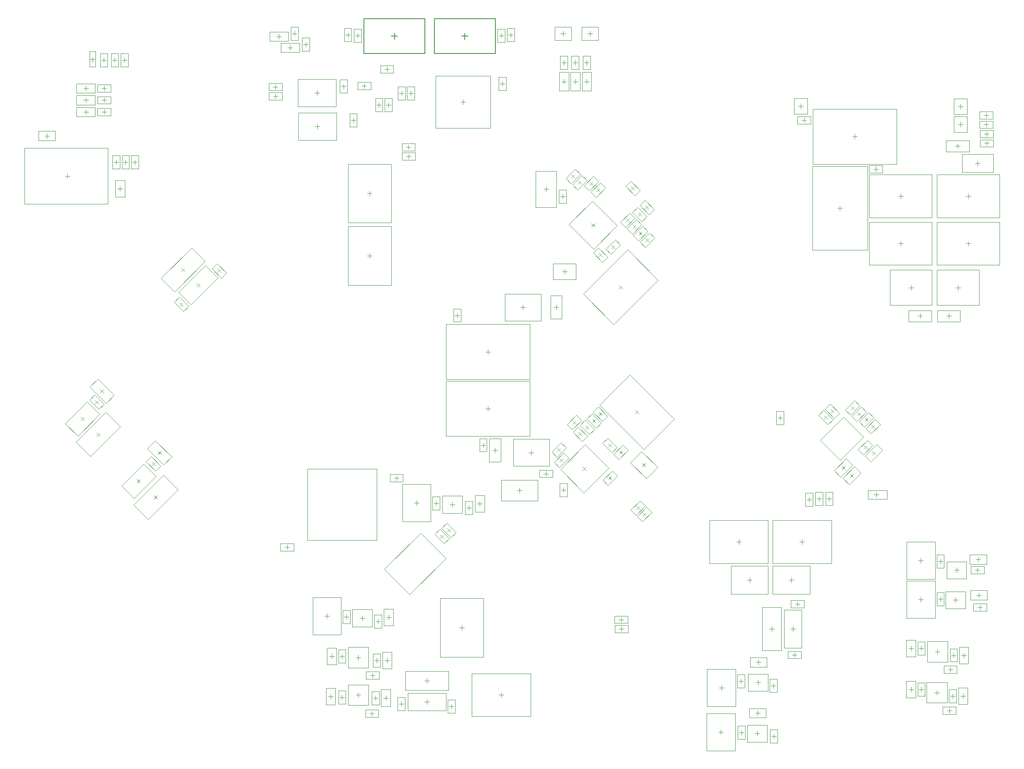
<source format=gbr>
G04*
G04 #@! TF.GenerationSoftware,Altium Limited,Altium Designer,22.4.2 (48)*
G04*
G04 Layer_Color=32768*
%FSLAX25Y25*%
%MOIN*%
G70*
G04*
G04 #@! TF.SameCoordinates,8BC4B6E0-49D3-4E0C-8282-93C4B5C227DC*
G04*
G04*
G04 #@! TF.FilePolarity,Positive*
G04*
G01*
G75*
%ADD10C,0.00394*%
%ADD11C,0.00787*%
%ADD16C,0.00197*%
D10*
X276378Y399606D02*
X280315D01*
X278346Y397638D02*
Y401575D01*
X353543Y521260D02*
Y525197D01*
X351575Y523228D02*
X355512D01*
X743110Y66929D02*
X746850D01*
X744980Y65059D02*
Y68799D01*
X732283Y48425D02*
X736221D01*
X734252Y46457D02*
Y50394D01*
X256299Y42815D02*
Y46555D01*
X254429Y44685D02*
X258169D01*
X645768Y204178D02*
X649508D01*
X647638Y202308D02*
X647638Y206048D01*
X608268Y267520D02*
Y271260D01*
X606398Y269390D02*
X610138D01*
X488531Y455170D02*
X491176Y452525D01*
X488531D02*
X491176Y455170D01*
X499859Y439905D02*
X502503Y437260D01*
X499859D02*
X502503Y439905D01*
X497890Y190410D02*
X500535Y193055D01*
X497890Y193055D02*
X500535Y190410D01*
X492765Y195583D02*
X495409Y198228D01*
X492765D02*
X495409Y195583D01*
X440569Y464867D02*
X443214Y462222D01*
X440569Y462222D02*
X443214Y464867D01*
X455212Y459037D02*
X457856Y456393D01*
X455212Y456393D02*
X457856Y459037D01*
X460723Y453919D02*
X463368Y451275D01*
X460723Y451275D02*
X463368Y453919D01*
X445846Y459908D02*
X448491Y457263D01*
X445846Y457263D02*
X448491Y459908D01*
X494674Y418941D02*
X497319Y416297D01*
X494674Y416297D02*
X497319Y418941D01*
X500256Y413499D02*
X502901Y410854D01*
X500256D02*
X502901Y413499D01*
X484438Y429571D02*
X487083Y426927D01*
X484438Y426927D02*
X487083Y429571D01*
X489728Y424282D02*
X492372Y421637D01*
X489728D02*
X492372Y424282D01*
X494112Y431590D02*
X496757Y434234D01*
X494112Y434234D02*
X496757Y431590D01*
X431595Y447342D02*
X435335D01*
X433465Y445472D02*
Y449213D01*
X418110Y453150D02*
X422047D01*
X420079Y451181D02*
Y455118D01*
X456576Y425775D02*
X459360Y422992D01*
X456576D02*
X459360Y425775D01*
X478705Y375777D02*
X481489Y372993D01*
X478705D02*
X481489Y375777D01*
X462616Y398912D02*
X465261Y401557D01*
X462616D02*
X465261Y398912D01*
X309646Y485138D02*
Y488878D01*
X307776Y487008D02*
X311516D01*
X309842Y477658D02*
Y481398D01*
X307972Y479528D02*
X311713D01*
X491760Y275388D02*
X494544Y272604D01*
X491760D02*
X494544Y275388D01*
X478993Y243055D02*
X481637Y240410D01*
X478993D02*
X481637Y243055D01*
X451911Y260382D02*
X454556Y263026D01*
X451911Y263026D02*
X454556Y260382D01*
X441591Y267070D02*
X444236Y264426D01*
X441591Y264426D02*
X444236Y267070D01*
X420177Y222539D02*
Y226279D01*
X418307Y224410D02*
X422047D01*
X457339Y265607D02*
X459984Y268251D01*
X457339Y268251D02*
X459984Y265607D01*
X470331Y222188D02*
X472976Y219544D01*
X470331D02*
X472976Y222188D01*
X446274Y254883D02*
X448918Y257528D01*
X446274Y257528D02*
X448918Y254883D01*
X480512Y105217D02*
Y108957D01*
X478642Y107087D02*
X482382D01*
X480709Y97736D02*
Y101476D01*
X478839Y99606D02*
X482579D01*
X462457Y271119D02*
X465102Y273763D01*
X462457D02*
X465102Y271119D01*
X431196Y236596D02*
X433841Y233952D01*
X431196Y233952D02*
X433841Y236596D01*
X432382Y211319D02*
X436122Y211319D01*
X434252Y209449D02*
Y213189D01*
X398819Y209055D02*
Y212992D01*
X396850Y211024D02*
X400787D01*
X429227Y244864D02*
X431872Y242219D01*
X429227Y242219D02*
X431872Y244864D01*
X497427Y230104D02*
X500211Y232888D01*
X497427D02*
X500211Y230104D01*
X470027Y245832D02*
X472672Y248477D01*
X470027Y248477D02*
X472672Y245832D01*
X676326Y266484D02*
X678971Y269128D01*
X676326Y269128D02*
X678971Y266484D01*
X682073Y242337D02*
X684857Y239553D01*
X682073D02*
X684857Y242337D01*
X631542Y201796D02*
Y205536D01*
X629672Y203666D02*
X633412D01*
X639590Y202308D02*
Y206048D01*
X637720Y204178D02*
X641460D01*
X683465Y207480D02*
X687402D01*
X685433Y205512D02*
Y209449D01*
X453543Y578150D02*
X457480D01*
X455512Y576181D02*
Y580118D01*
X431890Y578150D02*
X435827D01*
X433858Y576181D02*
Y580118D01*
X441730Y554921D02*
X445471D01*
X443601Y553051D02*
Y556791D01*
X432676Y554921D02*
X436416D01*
X434546Y553051D02*
Y556791D01*
X450886Y554921D02*
X454626D01*
X452756Y553051D02*
Y556791D01*
X434646Y537795D02*
Y541732D01*
X432677Y539764D02*
X436614D01*
X443701Y537795D02*
Y541732D01*
X441732Y539764D02*
X445669D01*
X452856Y537795D02*
Y541732D01*
X450888Y539764D02*
X454825D01*
X675360Y244258D02*
X678005Y246902D01*
X675360D02*
X678005Y244258D01*
X681534Y261061D02*
X684178Y263706D01*
X681534Y263706D02*
X684178Y261061D01*
X670331Y271119D02*
X672976Y273763D01*
X670331Y273763D02*
X672976Y271119D01*
X643560Y271007D02*
X646204Y268363D01*
X643560D02*
X646204Y271007D01*
X648767Y276036D02*
X651412Y273391D01*
X648767D02*
X651412Y276036D01*
X665054Y276078D02*
X667699Y278722D01*
X665054Y278722D02*
X667699Y276078D01*
X664356Y224227D02*
X667140Y221443D01*
X664356Y221443D02*
X667140Y224227D01*
X657663Y227742D02*
X660447Y230526D01*
X657663Y230526D02*
X660447Y227742D01*
X274016Y534350D02*
Y538091D01*
X272146Y536221D02*
X275886D01*
X292323Y547736D02*
Y551476D01*
X290453Y549606D02*
X294193D01*
X340714Y177507D02*
X343359Y180152D01*
X340714D02*
X343359Y177507D01*
X335292Y172693D02*
X337936Y175338D01*
X335292Y175338D02*
X337936Y172693D01*
X225295Y569488D02*
X229035D01*
X227165Y567618D02*
Y571358D01*
X214567Y564961D02*
Y568898D01*
X212598Y566929D02*
X216535D01*
X203543Y575984D02*
X207480D01*
X205512Y574016D02*
Y577953D01*
X216240Y578346D02*
X219980D01*
X218110Y576476D02*
Y580217D01*
X202953Y526083D02*
Y529823D01*
X201083Y527953D02*
X204823D01*
X202756Y533563D02*
Y537303D01*
X200886Y535433D02*
X204626D01*
X382382Y576673D02*
X386122Y576673D01*
X384252Y574803D02*
X384252Y578543D01*
X389862Y577185D02*
X393602D01*
X391732Y575315D02*
Y579055D01*
X259154Y577185D02*
X262894D01*
X261024Y575315D02*
Y579055D01*
X267028Y576673D02*
X270768D01*
X268898Y574803D02*
Y578543D01*
X383169Y538091D02*
X386910D01*
X385039Y536221D02*
Y539961D01*
X65158Y532382D02*
Y536122D01*
X63287Y534252D02*
X67027Y534252D01*
X65158Y522933D02*
Y526673D01*
X63287Y524803D02*
X67028Y524803D01*
X65158Y513484D02*
Y517224D01*
X63287Y515354D02*
X67027Y515354D01*
X50394Y522834D02*
Y526771D01*
X48425Y524803D02*
X52362D01*
X48425Y534252D02*
X52362D01*
X50394Y532283D02*
Y536221D01*
X255610Y535827D02*
X259350D01*
X257480Y533957D02*
Y537697D01*
X263484Y508563D02*
X267224D01*
X265354Y506693D02*
Y510433D01*
X234252Y530709D02*
X238189D01*
X236221Y528740D02*
Y532677D01*
X234646Y503544D02*
X238583D01*
X236614Y501575D02*
Y505512D01*
X55905Y555413D02*
Y559350D01*
X53937Y557776D02*
X57874D01*
X63090Y556988D02*
X66831D01*
X64961Y555118D02*
Y558858D01*
X79626Y556988D02*
X83366D01*
X81496Y555118D02*
Y558858D01*
X71752Y556988D02*
X75492D01*
X73622Y555118D02*
Y558858D01*
X50394Y513386D02*
Y517323D01*
X48425Y515354D02*
X52362D01*
X17323Y496063D02*
X21260D01*
X19291Y494095D02*
Y498032D01*
X89764Y472933D02*
Y476673D01*
X87894Y474803D02*
X91634D01*
X35630Y461811D02*
Y465748D01*
X33661Y463779D02*
X37598D01*
X77953Y451575D02*
Y455512D01*
X75984Y453543D02*
X79921D01*
X766929Y472047D02*
Y475984D01*
X764961Y474016D02*
X768898D01*
X668307Y493622D02*
Y497559D01*
X666339Y495591D02*
X670276D01*
X683366Y469291D02*
X687106D01*
X685236Y467421D02*
Y471161D01*
X449644Y227064D02*
X452428Y229848D01*
X449645D02*
X452428Y227064D01*
X352362Y98622D02*
Y102559D01*
X350394Y100591D02*
X354331D01*
X382087Y46457D02*
X386024D01*
X384055Y44488D02*
Y48425D01*
X342224Y37205D02*
X345965D01*
X344094Y39075D02*
X344094Y35335D01*
X324409Y42913D02*
X324410Y38976D01*
X322441Y40945D02*
X326378Y40945D01*
X302067Y39370D02*
X305807D01*
X303937Y37500D02*
Y41240D01*
X322441Y57874D02*
X326378D01*
X324409Y59842D02*
X324410Y55905D01*
X80413Y474803D02*
X84153D01*
X82284Y472933D02*
Y476673D01*
X72933Y474803D02*
X76673D01*
X74803Y472933D02*
X74803Y476673D01*
X435039Y385039D02*
Y388976D01*
X433071Y387008D02*
X437008D01*
X472693Y408015D02*
X475338Y405371D01*
X472693D02*
X475338Y408015D01*
X278346Y447835D02*
Y451772D01*
X276378Y449803D02*
X280315D01*
X156292Y386277D02*
X158937Y388922D01*
X156292Y388922D02*
X158937Y386277D01*
X125879Y359343D02*
X128523Y361988D01*
X125879Y361988D02*
X128523Y359343D01*
X139380Y377438D02*
X142164Y374654D01*
X139380Y374654D02*
X142164Y377438D01*
X127131Y386904D02*
X129915Y389687D01*
X127131D02*
X129915Y386904D01*
X601575Y97638D02*
Y101575D01*
X599606Y99606D02*
X603543D01*
X622244Y117815D02*
Y121555D01*
X620374Y119685D02*
X624114D01*
X616535Y99606D02*
X620472D01*
X618504Y97638D02*
Y101575D01*
X619783Y76870D02*
Y80610D01*
X617913Y78740D02*
X621654D01*
X212008Y163484D02*
Y167224D01*
X210138Y165354D02*
X213878D01*
X573032Y169685D02*
X576968D01*
X575000Y167717D02*
Y171654D01*
X623819Y169685D02*
X627756D01*
X625787Y167717D02*
Y171654D01*
X581693Y138976D02*
X585630Y138976D01*
X583661Y140945D02*
X583661Y137008D01*
X615158Y138976D02*
X619095Y138976D01*
X617126Y137008D02*
Y140945D01*
X281201Y43996D02*
X284941D01*
X283071Y42126D02*
Y45866D01*
X289370Y44094D02*
X293307D01*
X291339Y42126D02*
Y46063D01*
X280315Y29626D02*
Y33366D01*
X278445Y31496D02*
X282185D01*
X245276Y45276D02*
X249213D01*
X247244Y43307D02*
Y47244D01*
X269291Y44488D02*
Y48425D01*
X267323Y46457D02*
X271260D01*
X246063Y77559D02*
X250000D01*
X248031Y75590D02*
Y79528D01*
X254429Y77559D02*
X258169D01*
X256299Y75689D02*
Y79429D01*
X269291Y74606D02*
Y78543D01*
X267323Y76575D02*
X271260D01*
X290551Y74410D02*
X294488D01*
X292520Y72441D02*
Y76378D01*
X282382Y74311D02*
X286122D01*
X284252Y72441D02*
Y76181D01*
X280709Y60335D02*
Y64075D01*
X278839Y62205D02*
X282579D01*
X377165Y243307D02*
X381102D01*
X379134Y241339D02*
Y245276D01*
X426378Y358268D02*
X430315D01*
X428346Y356299D02*
Y360236D01*
X367815Y247441D02*
X371555D01*
X369685Y245571D02*
Y249311D01*
X399606Y358268D02*
X403543D01*
X401575Y356299D02*
Y360236D01*
X348819Y349902D02*
Y353642D01*
X346949Y351772D02*
X350689D01*
X406299Y241339D02*
X410236D01*
X408268Y239370D02*
Y243307D01*
X373622Y324410D02*
X373622Y320472D01*
X371654Y322441D02*
X375590D01*
X373622Y274803D02*
Y278740D01*
X371654Y276772D02*
X375590D01*
X59039Y257393D02*
X61823Y254609D01*
X59039D02*
X61823Y257393D01*
X61962Y289408D02*
X64746Y292192D01*
X61962Y292192D02*
X64746Y289408D01*
X57926Y283422D02*
X60571Y280778D01*
X57926Y280778D02*
X60571Y283422D01*
X46373Y269920D02*
X49157Y267137D01*
X46373D02*
X49157Y269920D01*
X105166Y206808D02*
X107950Y204024D01*
X105166D02*
X107950Y206808D01*
X103356Y231028D02*
X106001Y233673D01*
X103356D02*
X106001Y231028D01*
X108228Y239936D02*
X111012Y242720D01*
X108228D02*
X111012Y239936D01*
X91525Y219893D02*
X94309Y217109D01*
X91525Y217109D02*
X94309Y219893D01*
X753150Y45669D02*
X757087D01*
X755118Y43701D02*
Y47638D01*
X744980Y45571D02*
X748721D01*
X746850Y43701D02*
Y47441D01*
X744193Y31988D02*
Y35728D01*
X742323Y33858D02*
X746063D01*
X711417Y50984D02*
X715354D01*
X713386Y49016D02*
Y52953D01*
X719783Y50984D02*
X723524D01*
X721654Y49114D02*
Y52854D01*
X719783Y84055D02*
X723524D01*
X721654Y82185D02*
Y85925D01*
X711417Y83858D02*
X715354D01*
X713386Y81890D02*
Y85827D01*
X753937Y78347D02*
X757874D01*
X755905Y76378D02*
Y80315D01*
X745768Y78445D02*
X749508D01*
X747638Y76575D02*
Y80315D01*
X734646Y79331D02*
Y83268D01*
X732677Y81299D02*
X736614D01*
X735138Y153839D02*
X738878D01*
X737008Y151969D02*
Y155709D01*
X719291Y154528D02*
X723228D01*
X721260Y152559D02*
Y156496D01*
X719291Y123228D02*
X723228D01*
X721260Y121260D02*
Y125197D01*
X767717Y124803D02*
Y128740D01*
X765748Y126772D02*
X769685D01*
X768701Y115059D02*
Y118799D01*
X766831Y116929D02*
X770571D01*
X735138Y123622D02*
X738878D01*
X737008Y121752D02*
Y125492D01*
X749213Y120866D02*
Y124803D01*
X747244Y122835D02*
X751181D01*
X767323Y153543D02*
Y157480D01*
X765354Y155512D02*
X769291D01*
X766732Y144980D02*
Y148721D01*
X764862Y146850D02*
X768602D01*
X750000Y144882D02*
Y148819D01*
X748032Y146850D02*
X751968D01*
X291732Y109055D02*
X295669D01*
X293701Y107087D02*
Y111024D01*
X283169Y105709D02*
X286910D01*
X285039Y103839D02*
Y107579D01*
X272441Y106299D02*
Y110236D01*
X270472Y108268D02*
X274409D01*
X242126Y110039D02*
X246063D01*
X244094Y108071D02*
Y112008D01*
X257972Y109153D02*
X261713D01*
X259842Y107283D02*
Y111024D01*
X300000Y218996D02*
Y222736D01*
X298130Y220866D02*
X301870D01*
X364961Y200394D02*
X368898D01*
X366929Y198425D02*
Y202362D01*
X356398Y197047D02*
X360138D01*
X358268Y195177D02*
Y198917D01*
X330020Y200689D02*
X333760D01*
X331890Y198819D02*
Y202559D01*
X314173Y200984D02*
X318110D01*
X316142Y199016D02*
Y202953D01*
X344882Y197638D02*
Y201575D01*
X342913Y199606D02*
X346850D01*
X590945Y70866D02*
Y74803D01*
X588976Y72835D02*
X592913D01*
X600886Y53937D02*
X604626D01*
X602756Y52067D02*
Y55807D01*
X559055Y52165D02*
X562992D01*
X561024Y50197D02*
Y54134D01*
X590453Y54528D02*
Y58465D01*
X588484Y56496D02*
X592421D01*
X574902Y57480D02*
X578642D01*
X576772Y55610D02*
Y59350D01*
X558661Y16732D02*
X562598D01*
X560630Y14764D02*
Y18701D01*
X575295Y16240D02*
X579035D01*
X577165Y14370D02*
Y18110D01*
X590158Y29921D02*
Y33858D01*
X588189Y31890D02*
X592126D01*
X601279Y13189D02*
X605020D01*
X603150Y11319D02*
Y15059D01*
X589862Y13583D02*
Y17520D01*
X587894Y15551D02*
X591831D01*
X750787Y485827D02*
Y489764D01*
X748819Y487795D02*
X752756D01*
X774016Y495768D02*
Y499508D01*
X772146Y497638D02*
X775886D01*
X773721Y503248D02*
Y506988D01*
X771850Y505118D02*
X775591D01*
X773819Y510728D02*
Y514468D01*
X771949Y512598D02*
X775689D01*
X627362Y506791D02*
Y510532D01*
X625492Y508661D02*
X629232D01*
X622835Y520079D02*
X626772D01*
X624803Y518110D02*
Y522047D01*
X774213Y488287D02*
Y492028D01*
X772342Y490158D02*
X776083D01*
X751181Y519685D02*
X755118D01*
X753150Y517717D02*
Y521654D01*
X751181Y505315D02*
X755118Y505315D01*
X753150Y503346D02*
Y507283D01*
X656299Y435827D02*
Y439764D01*
X654331Y437795D02*
X658268D01*
X720669Y349213D02*
Y353150D01*
X718701Y351181D02*
X722638D01*
X743701Y349213D02*
Y353150D01*
X741732Y351181D02*
X745669D01*
X711417Y374016D02*
X715354Y374016D01*
X713386Y372047D02*
Y375984D01*
X749213Y374016D02*
X753150D01*
X751181Y372047D02*
Y375984D01*
X703150Y409449D02*
X707087D01*
X705118Y407480D02*
Y411417D01*
X757480Y409449D02*
X761417D01*
X759449Y407480D02*
Y411417D01*
X703150Y447638D02*
X707087D01*
X705118Y445669D02*
Y449606D01*
X757480Y447638D02*
X761417D01*
X759449Y445669D02*
Y449606D01*
X291595Y520866D02*
X295335D01*
X293465Y518996D02*
Y522736D01*
X284114Y520866D02*
X287854D01*
X285984Y518996D02*
Y522736D01*
X302224Y530413D02*
X305965D01*
X304095Y528543D02*
Y532283D01*
X309705Y530413D02*
X313445D01*
X311575Y528543D02*
Y532283D01*
D11*
X298425Y573681D02*
Y578681D01*
X295925Y576181D02*
X300925D01*
X322925Y562181D02*
Y590181D01*
X273925D02*
X322925D01*
X273925Y562181D02*
Y590181D01*
Y562181D02*
X322925D01*
X354921Y573681D02*
Y578681D01*
X352421Y576181D02*
X357421Y576181D01*
X379421Y590181D02*
X379421Y562181D01*
X330421Y590181D02*
X379421D01*
X330421Y562181D02*
Y590181D01*
Y562181D02*
X379421Y562181D01*
D16*
X261024Y375984D02*
Y423228D01*
X295669Y375984D02*
Y423228D01*
X261024Y375984D02*
X295669D01*
X261024Y423228D02*
X295669D01*
X331594Y502165D02*
X375492D01*
X331594Y544291D02*
X375492D01*
Y502165D02*
Y544291D01*
X331594Y502165D02*
Y544291D01*
X750295Y69882D02*
X750295Y63976D01*
X739665D02*
Y69882D01*
Y63976D02*
X750295D01*
X739665Y69882D02*
X750295D01*
X742520Y40157D02*
Y56693D01*
X725984Y40157D02*
X725984Y56693D01*
X742520D01*
X725984Y40157D02*
X742520Y40157D01*
X253346Y39370D02*
X259252D01*
X253346Y50000D02*
X259252D01*
X253346Y39370D02*
Y50000D01*
X259252Y39370D02*
Y50000D01*
X650591Y209493D02*
X650591Y198863D01*
X644685D02*
Y209493D01*
X650591Y209493D01*
X644685Y198863D02*
X650591D01*
X605315Y274705D02*
X611221Y274705D01*
X605315Y264075D02*
X611220D01*
X611221Y274705D01*
X605315Y264075D02*
Y274705D01*
X484007Y455518D02*
X488183Y459694D01*
X491524Y448001D02*
X495699Y452177D01*
X488183Y459694D02*
X495699Y452177D01*
X484007Y455518D02*
X491524Y448001D01*
X502851Y432736D02*
X507027Y436912D01*
X495335Y440253D02*
X499511Y444429D01*
X495335Y440253D02*
X502851Y432736D01*
X499511Y444429D02*
X507027Y436912D01*
X493366Y190062D02*
X497542Y185886D01*
X500883Y197578D02*
X505059Y193403D01*
X493366Y190062D02*
X500883Y197578D01*
X497542Y185886D02*
X505059Y193403D01*
X488241Y195235D02*
X492417Y191060D01*
X495757Y202752D02*
X499933Y198576D01*
X488241Y195235D02*
X495757Y202752D01*
X492417Y191060D02*
X499933Y198576D01*
X436045Y461874D02*
X443562Y469391D01*
X440221Y457699D02*
X447737Y465215D01*
X436045Y461874D02*
X440221Y457699D01*
X443562Y469391D02*
X447737Y465215D01*
X450688Y456045D02*
X458204Y463561D01*
X454864Y451869D02*
X462380Y459385D01*
X450688Y456045D02*
X454864Y451869D01*
X458204Y463561D02*
X462380Y459385D01*
X456200Y450927D02*
X463716Y458443D01*
X460375Y446751D02*
X467892Y454267D01*
X456200Y450927D02*
X460375Y446751D01*
X463716Y458443D02*
X467892Y454267D01*
X441322Y456915D02*
X448839Y464432D01*
X445498Y452739D02*
X453015Y460256D01*
X441322Y456915D02*
X445498Y452739D01*
X448839Y464432D02*
X453015Y460256D01*
X490151Y415949D02*
X497667Y423465D01*
X494326Y411773D02*
X501843Y419289D01*
X490151Y415949D02*
X494326Y411773D01*
X497667Y423465D02*
X501843Y419289D01*
X495732Y410506D02*
X503249Y418023D01*
X499908Y406331D02*
X507424Y413847D01*
X495732Y410506D02*
X499908Y406331D01*
X503249Y418023D02*
X507424Y413847D01*
X479914Y426579D02*
X487431Y434095D01*
X484090Y422403D02*
X491607Y429919D01*
X479914Y426579D02*
X484090Y422403D01*
X487431Y434095D02*
X491607Y429919D01*
X485204Y421289D02*
X492720Y428806D01*
X489380Y417113D02*
X496896Y424630D01*
X485204Y421289D02*
X489380Y417113D01*
X492720Y428806D02*
X496896Y424630D01*
X493764Y438758D02*
X501281Y431242D01*
X489588Y434582D02*
X497105Y427066D01*
X489588Y434582D02*
X493764Y438758D01*
X497105Y427066D02*
X501281Y431242D01*
X436417Y442028D02*
Y452658D01*
X430512Y442028D02*
Y452658D01*
X436417D01*
X430512Y442028D02*
X436417Y442028D01*
X411811Y438583D02*
Y467717D01*
X428346Y438583D02*
Y467717D01*
X411811Y438583D02*
X428346D01*
X411811Y467717D02*
X428346D01*
X458386Y405035D02*
X477316Y423966D01*
X438620Y424801D02*
X457551Y443731D01*
X438620Y424801D02*
X458386Y405035D01*
X457551Y443731D02*
X477316Y423966D01*
X474530Y344319D02*
X510163Y379953D01*
X450031Y368817D02*
X485665Y404451D01*
X510163Y379953D01*
X450031Y368817D02*
X474530Y344319D01*
X462268Y406081D02*
X469785Y398564D01*
X458092Y401905D02*
X465609Y394389D01*
X458092Y401905D02*
X462268Y406081D01*
X465609Y394389D02*
X469785Y398564D01*
X304331Y484055D02*
X314961D01*
X304331Y489961D02*
X314961D01*
Y484055D02*
Y489961D01*
X304331D02*
X304331Y484055D01*
X304528Y482480D02*
X315158D01*
X304528Y476575D02*
X315158D01*
X304528D02*
Y482480D01*
X315158D02*
X315158Y476575D01*
X498720Y243930D02*
X523218Y268428D01*
X463086Y279564D02*
X487584Y304062D01*
X463086Y279564D02*
X498720Y243930D01*
X487584Y304062D02*
X523218Y268428D01*
X478645Y235886D02*
X486161Y243403D01*
X474469Y240062D02*
X481985Y247578D01*
X486161Y243403D01*
X474469Y240062D02*
X478645Y235886D01*
X447387Y263374D02*
X454904Y255858D01*
X451563Y267550D02*
X459080Y260034D01*
X454904Y255858D02*
X459080Y260034D01*
X447387Y263374D02*
X451563Y267550D01*
X437067Y264078D02*
X444584Y271594D01*
X441243Y259902D02*
X448760Y267418D01*
X437067Y264078D02*
X441243Y259902D01*
X444584Y271594D02*
X448760Y267418D01*
X414862Y221457D02*
X425492D01*
X414862Y227362D02*
X425492D01*
X425492Y221457D01*
X414862D02*
X414862Y227362D01*
X452815Y268600D02*
X460332Y261083D01*
X456991Y272775D02*
X464508Y265259D01*
X460332Y261083D02*
X464508Y265259D01*
X452815Y268600D02*
X456991Y272775D01*
X465807Y219196D02*
X473324Y226712D01*
X469983Y215020D02*
X477500Y222536D01*
X465807Y219196D02*
X469983Y215020D01*
X473324Y226712D02*
X477500Y222536D01*
X441750Y257876D02*
X449266Y250360D01*
X445926Y262052D02*
X453442Y254535D01*
X449266Y250360D02*
X453442Y254535D01*
X441750Y257876D02*
X445926Y262052D01*
X475197Y110039D02*
X485827D01*
X475197Y104134D02*
X485827D01*
X475197D02*
Y110039D01*
X485827D02*
X485827Y104134D01*
X475394Y102559D02*
X486024D01*
X475394Y96653D02*
X486024D01*
X475394D02*
X475394Y102559D01*
X486024Y96653D02*
Y102559D01*
X457933Y274111D02*
X465450Y266595D01*
X462109Y278287D02*
X469626Y270771D01*
X465450Y266595D02*
X469626Y270771D01*
X457933Y274111D02*
X462109Y278287D01*
X426672Y233604D02*
X434189Y241120D01*
X430848Y229428D02*
X438364Y236944D01*
X426672Y233604D02*
X430848Y229428D01*
X434189Y241120D02*
X438364Y236944D01*
X437205Y206004D02*
Y216634D01*
X431299Y206004D02*
Y216634D01*
X437205Y216634D01*
X431299Y206004D02*
X437205Y206004D01*
X384252Y202756D02*
X413386D01*
X384252Y219291D02*
X413386D01*
Y202756D02*
Y219291D01*
X384252Y202756D02*
Y219291D01*
X424704Y241872D02*
X432220Y249388D01*
X428879Y237696D02*
X436396Y245212D01*
X424704Y241872D02*
X428879Y237696D01*
X432220Y249388D02*
X436396Y245212D01*
X496870Y242353D02*
X509676Y229547D01*
X487962Y233445D02*
X500768Y220639D01*
X487962Y233445D02*
X496870Y242353D01*
X500768Y220639D02*
X509676Y229547D01*
X465503Y248825D02*
X473020Y241309D01*
X469679Y253001D02*
X477195Y245484D01*
X473020Y241309D02*
X477195Y245484D01*
X465503Y248825D02*
X469679Y253001D01*
X671802Y266136D02*
X675978Y261960D01*
X679319Y273652D02*
X683495Y269476D01*
X671802Y266136D02*
X679319Y273652D01*
X675978Y261960D02*
X683495Y269476D01*
X676366Y238579D02*
X685831Y248044D01*
X681098Y233846D02*
X690563Y243311D01*
X676366Y238579D02*
X681098Y233846D01*
X685831Y248044D02*
X690563Y243311D01*
X628589Y208981D02*
X634495D01*
X628589Y198351D02*
X634495Y198351D01*
Y208981D01*
X628589Y198351D02*
Y208981D01*
X636637Y209493D02*
X642543Y209493D01*
X636637Y198863D02*
X642543D01*
Y209493D01*
X636637Y198863D02*
Y209493D01*
X678740Y203937D02*
Y211024D01*
X694095Y203937D02*
Y211024D01*
X678740D02*
X694095D01*
X678740Y203937D02*
X694095D01*
X448721Y572835D02*
Y583465D01*
X462303Y572835D02*
Y583465D01*
X448721D02*
X462303D01*
X448721Y572835D02*
X462303D01*
X427067D02*
Y583465D01*
X440650Y572835D02*
Y583465D01*
X427067D02*
X440650D01*
X427067Y572835D02*
X440650D01*
X446553Y549606D02*
Y560236D01*
X440648Y549606D02*
Y560236D01*
X446553D01*
X440648Y549606D02*
X446553D01*
X437498D02*
Y560236D01*
X431593Y549606D02*
Y560236D01*
X437498D01*
X431593Y549606D02*
X437498D01*
X455709Y549606D02*
Y560236D01*
X449803Y549606D02*
Y560236D01*
X455709D01*
X449803Y549606D02*
X455709D01*
X430905Y547264D02*
X438386D01*
X430905Y532264D02*
X438386D01*
Y547264D01*
X430905Y532264D02*
Y547264D01*
X439961D02*
X447441D01*
X439961Y532264D02*
X447441D01*
Y547264D01*
X439961Y532264D02*
Y547264D01*
X449116Y547264D02*
X456596D01*
X449116Y532264D02*
X456596D01*
Y547264D01*
X449116Y532264D02*
Y547264D01*
X678353Y251426D02*
X682528Y247250D01*
X670836Y243910D02*
X675012Y239734D01*
X682528Y247250D01*
X670836Y243910D02*
X678353Y251426D01*
X677010Y260713D02*
X681186Y256537D01*
X684526Y268230D02*
X688702Y264054D01*
X677010Y260713D02*
X684526Y268230D01*
X681186Y256537D02*
X688702Y264054D01*
X665807Y270771D02*
X669983Y266595D01*
X673324Y278287D02*
X677500Y274111D01*
X665807Y270771D02*
X673324Y278287D01*
X669983Y266595D02*
X677500Y274111D01*
X639036Y271355D02*
X643212Y275531D01*
X646552Y263839D02*
X650728Y268015D01*
X643212Y275531D02*
X650728Y268015D01*
X639036Y271355D02*
X646552Y263839D01*
X644243Y276384D02*
X648419Y280560D01*
X651760Y268868D02*
X655935Y273043D01*
X648419Y280560D02*
X655935Y273043D01*
X644243Y276384D02*
X651760Y268868D01*
X660530Y275730D02*
X664706Y271554D01*
X668047Y283246D02*
X672223Y279070D01*
X660530Y275730D02*
X668047Y283246D01*
X664706Y271554D02*
X672223Y279070D01*
X663660Y215457D02*
X673125Y224923D01*
X658371Y220747D02*
X667836Y230212D01*
X673125Y224923D01*
X658371Y220747D02*
X663660Y215457D01*
X651678Y227046D02*
X656967Y221757D01*
X661143Y236511D02*
X666432Y231222D01*
X651678Y227046D02*
X661143Y236511D01*
X656967Y221757D02*
X666432Y231222D01*
X268701Y539173D02*
X279331D01*
X268701Y533268D02*
X279331D01*
X268701D02*
Y539173D01*
X279331D02*
X279331Y533268D01*
X287008Y552559D02*
X297638D01*
X287008Y546654D02*
X297638D01*
X287008D02*
Y552559D01*
X297638D02*
X297638Y546654D01*
X336190Y180500D02*
X343707Y172983D01*
X340366Y184676D02*
X347883Y177159D01*
X343707Y172983D02*
X347883Y177159D01*
X336190Y180500D02*
X340366Y184676D01*
X330768Y175686D02*
X338284Y168170D01*
X334944Y179862D02*
X342460Y172345D01*
X338284Y168170D02*
X342460Y172345D01*
X330768Y175686D02*
X334944Y179862D01*
X230118Y564173D02*
Y574803D01*
X224213Y564173D02*
Y574803D01*
X230118D01*
X224213Y564173D02*
X230118D01*
X207067Y570669D02*
X222067D01*
X207067Y563189D02*
X222067D01*
X207067D02*
Y570669D01*
X222067Y563189D02*
Y570669D01*
X213012Y572244D02*
Y579724D01*
X198012Y572244D02*
Y579724D01*
Y572244D02*
X213012D01*
X198012Y579724D02*
X213012D01*
X221063Y573032D02*
Y583661D01*
X215158Y573032D02*
Y583661D01*
X221063D01*
X215158Y573032D02*
X221063D01*
X197638Y530905D02*
X208268D01*
X197638Y525000D02*
X208268Y525000D01*
X197638Y525000D02*
Y530905D01*
X208268D02*
X208268Y525000D01*
X197441Y532480D02*
X208071D01*
X197441Y538386D02*
X208071Y538386D01*
X208071Y532480D02*
X208071Y538386D01*
X197441Y532480D02*
Y538386D01*
X381299Y571358D02*
Y581988D01*
X387205Y571358D02*
Y581988D01*
X381299Y571358D02*
X387205Y571358D01*
X381299Y581988D02*
X387205D01*
X394685Y571870D02*
X394685Y582500D01*
X388779Y571870D02*
Y582500D01*
X394685Y582500D01*
X388779Y571870D02*
X394685D01*
X263976Y571870D02*
Y582500D01*
X258071Y571870D02*
Y582500D01*
X263976D01*
X258071Y571870D02*
X263976D01*
X265945Y571358D02*
Y581988D01*
X271850Y571358D02*
Y581988D01*
X265945Y571358D02*
X271850Y571358D01*
X265945Y581988D02*
X271850D01*
X387992Y532776D02*
Y543405D01*
X382087Y532776D02*
Y543405D01*
X387992D01*
X382087Y532776D02*
X387992D01*
X59842Y537205D02*
X70472D01*
X59842Y531299D02*
X70473Y531299D01*
X59842Y537205D02*
X59842Y531299D01*
X70472Y537205D02*
X70473Y531299D01*
X59842Y527756D02*
X70473D01*
X59842Y521850D02*
X70473Y521850D01*
X59842Y521850D02*
Y527756D01*
X70473Y521850D02*
Y527756D01*
X59842Y518307D02*
X70472Y518307D01*
X59842Y512402D02*
X70473Y512402D01*
X59842Y512402D02*
Y518307D01*
X70472Y518307D02*
X70473Y512402D01*
X42894Y528543D02*
X57894D01*
X42894Y521063D02*
X57894D01*
X42894D02*
Y528543D01*
X57894Y521063D02*
Y528543D01*
Y530512D02*
Y537992D01*
X42894Y530512D02*
Y537992D01*
Y530512D02*
X57894D01*
X42894Y537992D02*
X57894D01*
X260433Y530512D02*
Y541142D01*
X254528Y530512D02*
Y541142D01*
X260433Y541142D01*
X254528Y530512D02*
X260433Y530512D01*
X268307Y503248D02*
Y513878D01*
X262402Y503248D02*
Y513878D01*
X268307D01*
X262402Y503248D02*
X268307D01*
X220868Y519709D02*
Y541709D01*
X251576Y519709D02*
Y541709D01*
X220868D02*
X251576D01*
X220868Y519709D02*
X251576D01*
X221261Y492544D02*
Y514543D01*
X251970Y492544D02*
Y514543D01*
X221261D02*
X251970D01*
X221261Y492544D02*
X251970D01*
X53543Y564098D02*
X58268D01*
X53543Y551453D02*
X58268D01*
Y564098D01*
X53543Y551453D02*
Y564098D01*
X62008Y551673D02*
Y562303D01*
X67913Y551673D02*
Y562303D01*
X62008Y551673D02*
X67913Y551673D01*
X62008Y562303D02*
X67913Y562303D01*
X78543Y551673D02*
Y562303D01*
X84449Y551673D02*
Y562303D01*
X78543Y551673D02*
X84449Y551673D01*
X78543Y562303D02*
X84449Y562303D01*
X70669Y551673D02*
Y562303D01*
X76575Y551673D02*
Y562303D01*
X70669Y551673D02*
X76575Y551673D01*
X70669Y562303D02*
X76575D01*
X42894Y519095D02*
X57894D01*
X42894Y511614D02*
X57894D01*
X42894D02*
Y519095D01*
X57894Y511614D02*
Y519095D01*
X12598Y492323D02*
Y499803D01*
X25984Y492323D02*
Y499803D01*
X12598D02*
X25984D01*
X12598Y492323D02*
X25984D01*
X86811Y469488D02*
X92716Y469488D01*
X86811Y480118D02*
X92716D01*
X86811Y469488D02*
Y480118D01*
X92716Y469488D02*
Y480118D01*
X1181Y486417D02*
X68307D01*
X1181Y441142D02*
X68307D01*
X1181D02*
Y486417D01*
X68307Y441142D02*
Y486417D01*
X74213Y460236D02*
X81693Y460236D01*
X74213Y446850D02*
X81693D01*
Y460236D01*
X74213Y446850D02*
Y460236D01*
X754429Y481299D02*
X779429D01*
X754429Y466732D02*
X779429D01*
X754429D02*
Y481299D01*
X779429Y466732D02*
Y481299D01*
X634646Y473445D02*
X701968D01*
X634646Y517736D02*
X701968D01*
Y473445D02*
Y517736D01*
X634646Y473445D02*
Y517736D01*
X690551Y472244D02*
X690551Y466339D01*
X679921D02*
Y472244D01*
Y466339D02*
X690551D01*
X679921Y472244D02*
X690551D01*
X290219Y147534D02*
X319450Y176765D01*
X290219Y147534D02*
X310569Y127184D01*
X339800Y156414D01*
X319450Y176765D02*
X339800Y156414D01*
X640489Y251134D02*
X656357Y235266D01*
X675009Y253918D01*
X659141Y269786D02*
X675009Y253918D01*
X640489Y251134D02*
X659141Y269786D01*
X451454Y247803D02*
X470384Y228873D01*
X431688Y228038D02*
X450619Y209107D01*
X470384Y228873D01*
X431688Y228038D02*
X451454Y247803D01*
X335039Y76968D02*
X369685D01*
X335039Y124213D02*
X369685D01*
X335039Y76968D02*
Y124213D01*
X369685Y76968D02*
Y124213D01*
X360433Y63779D02*
X360433Y29134D01*
X407677Y29134D02*
Y63779D01*
X360433D02*
X407677D01*
X360433Y29134D02*
X407677Y29134D01*
X347047Y31890D02*
X347047Y42520D01*
X341142Y31890D02*
Y42520D01*
X347047D01*
X341142Y31890D02*
X347047Y31890D01*
X309055Y33858D02*
X339764D01*
X309055Y48031D02*
X339764Y48031D01*
Y33858D02*
Y48031D01*
X309055Y48031D02*
X309055Y33858D01*
X300984Y34055D02*
Y44685D01*
X306890Y34055D02*
Y44685D01*
X300984Y34055D02*
X306890Y34055D01*
X300984Y44685D02*
X306890D01*
X341732Y50197D02*
Y65551D01*
X307087Y50197D02*
Y65551D01*
Y50197D02*
X341732D01*
X307087Y65551D02*
X341732D01*
X79331Y469488D02*
Y480118D01*
X85236Y469488D02*
Y480118D01*
X79331Y469488D02*
X85236Y469488D01*
X79331Y480118D02*
X85236Y480118D01*
X71850Y469488D02*
X71850Y480118D01*
X77756Y469488D02*
Y480118D01*
X71850Y469488D02*
X77756Y469488D01*
X71850Y480118D02*
X77756D01*
X425984Y380709D02*
X444095D01*
X425984Y393307D02*
X444095D01*
Y380709D02*
Y393307D01*
X425984Y380709D02*
Y393307D01*
X468170Y405023D02*
X475686Y412539D01*
X472345Y400847D02*
X479862Y408363D01*
X468170Y405023D02*
X472345Y400847D01*
X475686Y412539D02*
X479862Y408363D01*
X261024Y426181D02*
X295669D01*
X261024Y473425D02*
X295669D01*
X261024Y426181D02*
Y473425D01*
X295669Y426181D02*
Y473425D01*
X155944Y393446D02*
X163461Y385929D01*
X151769Y389270D02*
X159285Y381753D01*
X151769Y389270D02*
X155944Y393446D01*
X159285Y381753D02*
X163461Y385929D01*
X121355Y362336D02*
X128871Y354819D01*
X125531Y366512D02*
X133047Y358995D01*
X128871Y354819D02*
X133047Y358995D01*
X121355Y362336D02*
X125531Y366512D01*
X134926Y360178D02*
X156640Y381892D01*
X124904Y370200D02*
X146618Y391915D01*
X156640Y381892D01*
X124904Y370200D02*
X134926Y360178D01*
X135344Y405973D02*
X146201Y395116D01*
X110845Y381475D02*
X121703Y370618D01*
X146201Y395116D01*
X110845Y381475D02*
X135344Y405973D01*
X593898Y116929D02*
X609252D01*
X593898Y82284D02*
X609252D01*
Y116929D01*
X593898Y82284D02*
Y116929D01*
X616929Y122638D02*
X627559D01*
X616929Y116732D02*
X627559D01*
X616929D02*
Y122638D01*
X627559D02*
X627559Y116732D01*
X625591Y84252D02*
Y114961D01*
X611417Y84252D02*
Y114961D01*
X625591D01*
X611417Y84252D02*
X625591D01*
X614468Y75787D02*
X625098D01*
X614468Y81693D02*
X625098D01*
X625098Y75787D02*
X625098Y81693D01*
X614468Y75787D02*
Y81693D01*
X206693Y168307D02*
X217323D01*
X206693Y162402D02*
X217323D01*
X206693D02*
Y168307D01*
X217323D02*
X217323Y162402D01*
X598622Y152362D02*
Y187008D01*
X551378D02*
X551378Y152362D01*
X598622D01*
X551378Y187008D02*
X598622D01*
X602165Y152362D02*
Y187008D01*
X649409Y152362D02*
X649409Y187008D01*
X602165D02*
X649409D01*
X602165Y152362D02*
X649409Y152362D01*
X598622Y127559D02*
Y150394D01*
X568701Y150394D02*
X568701Y127559D01*
X598622D01*
X568701Y150394D02*
X598622Y150394D01*
X602165Y127559D02*
Y150394D01*
X632087Y127559D02*
Y150394D01*
X602165D02*
X632087D01*
X602165Y127559D02*
X632087D01*
X286024Y38681D02*
Y49311D01*
X280118Y38681D02*
Y49311D01*
X286024D01*
X280118Y38681D02*
X286024D01*
X295079Y37402D02*
Y50787D01*
X287598Y37402D02*
Y50787D01*
X295079D01*
X287598Y37402D02*
X295079Y37402D01*
X275000Y34449D02*
X285630D01*
X275000Y28543D02*
X285630D01*
X275000Y34449D02*
X275000Y28543D01*
X285630D02*
X285630Y34449D01*
X250984Y38583D02*
Y51968D01*
X243504Y38583D02*
Y51968D01*
X250984D01*
X243504Y38583D02*
X250984D01*
X261024Y38189D02*
X277559Y38189D01*
X261024Y54724D02*
X277559D01*
X261024Y38189D02*
X261024Y54724D01*
X277559Y38189D02*
Y54724D01*
X251772Y70866D02*
Y84252D01*
X244291Y70866D02*
Y84252D01*
X251772D01*
X244291Y70866D02*
X251772Y70866D01*
X259252Y72244D02*
Y82874D01*
X253346Y72244D02*
Y82874D01*
X259252D01*
X253346Y72244D02*
X259252D01*
X261024Y68307D02*
X277559Y68307D01*
X261024Y84842D02*
X277559Y84842D01*
X261024Y68307D02*
Y84842D01*
X277559Y68307D02*
Y84842D01*
X296260Y67716D02*
Y81102D01*
X288779Y67716D02*
Y81102D01*
X296260D01*
X288779Y67716D02*
X296260Y67716D01*
X287205Y68996D02*
Y79626D01*
X281299Y79626D02*
X281299Y68996D01*
X281299Y79626D02*
X287205Y79626D01*
X281299Y68996D02*
X287205Y68996D01*
X275394Y65158D02*
X286024D01*
X275394Y59252D02*
X286024D01*
X275394Y65158D02*
X275394Y59252D01*
X286024D02*
X286024Y65158D01*
X383661Y234055D02*
Y252559D01*
X374606Y234055D02*
Y252559D01*
X383661D01*
X374606Y234055D02*
X383661D01*
X423819Y349016D02*
Y367520D01*
X432874Y349016D02*
Y367520D01*
X423819Y349016D02*
X432874D01*
X423819Y367520D02*
X432874D01*
X372638Y242126D02*
Y252756D01*
X366732Y242126D02*
Y252756D01*
X372638D01*
X366732Y242126D02*
X372638Y242126D01*
X416142Y347441D02*
Y369094D01*
X387008Y347441D02*
Y369094D01*
Y347441D02*
X416142D01*
X387008Y369094D02*
X416142D01*
X345866Y357087D02*
X351772Y357087D01*
X345866Y346457D02*
X351772D01*
Y357087D01*
X345866Y346457D02*
Y357087D01*
X393701Y230512D02*
Y252165D01*
X422835Y230512D02*
Y252165D01*
X393701D02*
X422835D01*
X393701Y230512D02*
X422835D01*
X339961Y300295D02*
X407283D01*
X339961Y344587D02*
X407283D01*
Y300295D02*
Y344587D01*
X339961Y300295D02*
Y344587D01*
X339961Y254626D02*
X407283D01*
X339961Y298917D02*
X407283D01*
Y254626D02*
Y298917D01*
X339961Y254626D02*
Y298917D01*
X42614Y249876D02*
X66556Y273818D01*
X54307Y238184D02*
X78248Y262126D01*
X42614Y249876D02*
X54307Y238184D01*
X66556Y273818D02*
X78248Y262126D01*
X53611Y294140D02*
X66695Y281056D01*
X60014Y300543D02*
X73098Y287459D01*
X66695Y281056D02*
X73098Y287459D01*
X53611Y294140D02*
X60014Y300543D01*
X53402Y283770D02*
X57578Y287946D01*
X60919Y276254D02*
X65094Y280430D01*
X57578Y287946D02*
X65094Y280430D01*
X53402Y283770D02*
X60919Y276254D01*
X33985Y264770D02*
X51523Y282309D01*
X44006Y254748D02*
X61545Y272287D01*
X33985Y264770D02*
X44006Y254748D01*
X51523Y282309D02*
X61545Y272287D01*
X88741Y199292D02*
X112682Y223233D01*
X100433Y187599D02*
X124375Y211541D01*
X88741Y199292D02*
X100433Y187599D01*
X112682Y223233D02*
X124375Y211541D01*
X98832Y234021D02*
X106349Y226504D01*
X103008Y238196D02*
X110525Y230680D01*
X106349Y226504D02*
X110525Y230680D01*
X98832Y234021D02*
X103008Y238196D01*
X99876Y244669D02*
X112961Y231585D01*
X106279Y251072D02*
X119364Y237988D01*
X112961Y231585D02*
X119364Y237988D01*
X99876Y244669D02*
X106279Y251072D01*
X79137Y214742D02*
X96675Y232281D01*
X89158Y204720D02*
X106697Y222259D01*
X79137Y214742D02*
X89158Y204720D01*
X96675Y232281D02*
X106697Y222259D01*
X758858Y38976D02*
Y52362D01*
X751378Y38976D02*
Y52362D01*
X758858D01*
X751378Y38976D02*
X758858D01*
X749803Y40256D02*
Y50886D01*
X743898Y40256D02*
Y50886D01*
X749803D01*
X743898Y40256D02*
X749803D01*
X738878Y36811D02*
X749508D01*
X738878Y30906D02*
X749508D01*
X738878D02*
Y36811D01*
X749508D02*
X749508Y30906D01*
X717126Y44291D02*
Y57677D01*
X709646Y44291D02*
Y57677D01*
X717126D01*
X709646Y44291D02*
X717126D01*
X724606Y45669D02*
Y56299D01*
X718701Y45669D02*
Y56299D01*
X724606D01*
X718701Y45669D02*
X724606D01*
X724606Y78740D02*
Y89370D01*
X718701Y78740D02*
Y89370D01*
X724606D01*
X718701Y78740D02*
X724606D01*
X717126Y77165D02*
Y90551D01*
X709646Y77165D02*
Y90551D01*
X717126D01*
X709646Y77165D02*
X717126D01*
X759646Y71653D02*
Y85039D01*
X752165Y71653D02*
Y85039D01*
X759646D01*
X752165Y71653D02*
X759646D01*
X750591Y73130D02*
Y83760D01*
X744685Y73130D02*
Y83760D01*
X750591D01*
X744685Y73130D02*
X750591D01*
X726378Y73032D02*
X742913D01*
X726378Y89567D02*
X742913Y89567D01*
X726378Y73032D02*
Y89567D01*
X742913Y73032D02*
Y89567D01*
X734055Y148524D02*
Y159153D01*
X739961Y148524D02*
Y159153D01*
X734055Y148524D02*
X739961Y148524D01*
X734055Y159153D02*
X739961Y159153D01*
X732677Y169488D02*
X732677Y139567D01*
X709842D02*
X709842Y169488D01*
X732677D01*
X709842Y139567D02*
X732677D01*
X709842Y108268D02*
Y138189D01*
X732677Y108268D02*
Y138189D01*
X709842Y108268D02*
X732677D01*
X709842Y138189D02*
X732677D01*
X761024Y130512D02*
X774409D01*
X761024Y123031D02*
X774409D01*
X761024D02*
Y130512D01*
X774409Y123031D02*
Y130512D01*
X763386Y119882D02*
X774016D01*
X763386Y113976D02*
X774016Y113976D01*
X763386Y113976D02*
Y119882D01*
X774016D02*
X774016Y113976D01*
X739961Y118307D02*
Y128937D01*
X734055Y118307D02*
Y128937D01*
X739961D01*
X734055Y118307D02*
X739961D01*
X741240Y115945D02*
X757185D01*
X741240Y129724D02*
X757185D01*
Y115945D02*
Y129724D01*
X741240Y115945D02*
Y129724D01*
X760630Y159252D02*
X774016D01*
X760630Y151772D02*
X774016D01*
X760630D02*
Y159252D01*
X774016Y151772D02*
Y159252D01*
X761417Y149803D02*
X772047Y149803D01*
X761417Y143898D02*
X772047Y143898D01*
X761417Y143898D02*
Y149803D01*
X772047Y143898D02*
X772047Y149803D01*
X742028Y139961D02*
X757972D01*
X742028Y153740D02*
X757972D01*
Y139961D02*
Y153740D01*
X742028Y139961D02*
Y153740D01*
X297441Y102362D02*
Y115748D01*
X289961Y102362D02*
Y115748D01*
X297441D01*
X289961Y102362D02*
X297441D01*
X287992Y100394D02*
Y111024D01*
X282087Y100394D02*
Y111024D01*
X287992D01*
X282087Y100394D02*
X287992D01*
X264469Y101378D02*
X280413D01*
X264469Y115157D02*
X280413D01*
Y101378D02*
Y115157D01*
X264469Y101378D02*
Y115157D01*
X232677Y95079D02*
Y125000D01*
X255512Y95079D02*
Y125000D01*
X232677Y95079D02*
X255512D01*
X232677Y125000D02*
X255512D01*
X262795Y103839D02*
Y114469D01*
X256890Y103839D02*
Y114469D01*
X262795Y114469D01*
X256890Y103839D02*
X262795Y103839D01*
X294685Y217913D02*
X305315D01*
X294685Y223819D02*
X305315D01*
Y217913D02*
Y223819D01*
X294685D02*
X294685Y217913D01*
X370669Y193701D02*
Y207087D01*
X363189Y193701D02*
Y207087D01*
X370669D01*
X363189Y193701D02*
X370669D01*
X361221Y191732D02*
Y202362D01*
X355315Y191732D02*
Y202362D01*
X361221D01*
X355315Y191732D02*
X361221D01*
X334842Y195374D02*
Y206004D01*
X328937Y195374D02*
Y206004D01*
X334842D01*
X328937Y195374D02*
X334842D01*
X304724Y186024D02*
Y215945D01*
X327559Y186024D02*
Y215945D01*
X304724Y186024D02*
X327559D01*
X304724Y215945D02*
X327559D01*
X336909Y192717D02*
X352854D01*
X336909Y206496D02*
X352854D01*
Y192717D02*
Y206496D01*
X336909Y192717D02*
Y206496D01*
X584252Y69095D02*
X597638D01*
X584252Y76575D02*
X597638D01*
Y69095D02*
Y76575D01*
X584252D02*
X584252Y69095D01*
X605709Y48622D02*
Y59252D01*
X599803Y48622D02*
Y59252D01*
X605709D01*
X599803Y48622D02*
X605709D01*
X572441Y37205D02*
Y67126D01*
X549606Y37205D02*
Y67126D01*
X572441D01*
X549606Y37205D02*
X572441D01*
X582480Y49606D02*
X598425D01*
X582480Y63386D02*
X598425D01*
Y49606D02*
Y63386D01*
X582480Y49606D02*
Y63386D01*
X579724Y52165D02*
Y62795D01*
X573819Y52165D02*
Y62795D01*
X579724D01*
X573819Y52165D02*
X579724D01*
X549213Y1772D02*
Y31693D01*
X572047Y1772D02*
Y31693D01*
X549213Y1772D02*
X572047D01*
X549213Y31693D02*
X572047D01*
X580118Y10925D02*
Y21555D01*
X574213Y10925D02*
Y21555D01*
X580118D01*
X574213Y10925D02*
X580118D01*
X583465Y28150D02*
X596850D01*
X583465Y35630D02*
X596850D01*
Y28150D02*
Y35630D01*
X583465D02*
X583465Y28150D01*
X606102Y7874D02*
Y18504D01*
X600197Y7874D02*
Y18504D01*
X606102D01*
X600197Y7874D02*
X606102D01*
X581890Y8661D02*
X597835D01*
X581890Y22441D02*
X597835D01*
Y8661D02*
Y22441D01*
X581890Y8661D02*
Y22441D01*
X741535Y492323D02*
X760039D01*
X741535Y483268D02*
X760039D01*
X741535D02*
Y492323D01*
X760039Y483268D02*
Y492323D01*
X768701Y500591D02*
X779331D01*
X768701Y494685D02*
X779331D01*
X768701D02*
Y500591D01*
X779331Y494685D02*
Y500591D01*
X768405Y508071D02*
X779036D01*
X768405Y502165D02*
X779036D01*
X768405D02*
X768405Y508071D01*
X779036D02*
X779036Y502165D01*
X768504Y515551D02*
X779134D01*
X768504Y509646D02*
X779134Y509646D01*
X768504Y509646D02*
Y515551D01*
X779134D02*
X779134Y509646D01*
X622047Y511614D02*
X632677D01*
X622047Y505709D02*
X632677D01*
X622047D02*
Y511614D01*
X632677D02*
X632677Y505709D01*
X619488Y513779D02*
Y526378D01*
X630118Y513779D02*
X630118Y526378D01*
X619488Y513779D02*
X630118D01*
X619488Y526378D02*
X630118D01*
X768898Y493110D02*
X779528D01*
X768898Y487205D02*
X779528D01*
X768898D02*
Y493110D01*
X779528D02*
X779528Y487205D01*
X758465Y525984D02*
X758465Y513386D01*
X747835D02*
Y525984D01*
X758465Y525984D01*
X747835Y513386D02*
X758465D01*
X747835Y499016D02*
X747835Y511614D01*
X758465Y499016D02*
Y511614D01*
X747835Y499016D02*
X758465Y499016D01*
X747835Y511614D02*
X758465Y511614D01*
X634154Y471457D02*
X678445D01*
X634154Y404134D02*
X678445D01*
Y471457D01*
X634154Y404134D02*
Y471457D01*
X711417Y346654D02*
X729921D01*
X711417Y355709D02*
X729921D01*
X729921Y346654D02*
X729921Y355709D01*
X711417Y346654D02*
Y355709D01*
X734449Y355709D02*
X752953D01*
X734449Y346654D02*
X752953D01*
X734449D02*
X734449Y355709D01*
X752953Y346654D02*
Y355709D01*
X730315Y359842D02*
Y388189D01*
X696457Y359842D02*
Y388189D01*
Y359842D02*
X730315D01*
X696457Y388189D02*
X730315D01*
X734252Y359842D02*
Y388189D01*
X768110Y359842D02*
Y388189D01*
X734252D02*
X768110D01*
X734252Y359842D02*
X768110D01*
X730315Y392126D02*
Y426772D01*
X679921Y392126D02*
Y426772D01*
Y392126D02*
X730315D01*
X679921Y426772D02*
X730315Y426772D01*
X734252Y392126D02*
Y426772D01*
X784646Y392126D02*
Y426772D01*
X734252Y426772D02*
X784646Y426772D01*
X734252Y392126D02*
X784646D01*
X730315Y430315D02*
Y464961D01*
X679921Y430315D02*
Y464961D01*
Y430315D02*
X730315D01*
X679921Y464961D02*
X730315D01*
X734252Y430315D02*
Y464961D01*
X784646Y430315D02*
X784646Y464961D01*
X734252D02*
X784646D01*
X734252Y430315D02*
X784646Y430315D01*
X284055Y170965D02*
Y228248D01*
X228543Y170965D02*
Y228248D01*
X284055D01*
X228543Y170965D02*
X284055D01*
X290512Y515551D02*
Y526181D01*
X296417Y515551D02*
Y526181D01*
X290512Y515551D02*
X296417D01*
X290512Y526181D02*
X296417Y526181D01*
X283032Y515551D02*
Y526181D01*
X288937Y515551D02*
Y526181D01*
X283032Y515551D02*
X288937D01*
X283032Y526181D02*
X288937D01*
X307047Y525098D02*
Y535728D01*
X301142Y525098D02*
Y535728D01*
X307047D01*
X301142Y525098D02*
X307047D01*
X314528D02*
Y535728D01*
X308622Y525098D02*
Y535728D01*
X314528D01*
X308622Y525098D02*
X314528D01*
M02*

</source>
